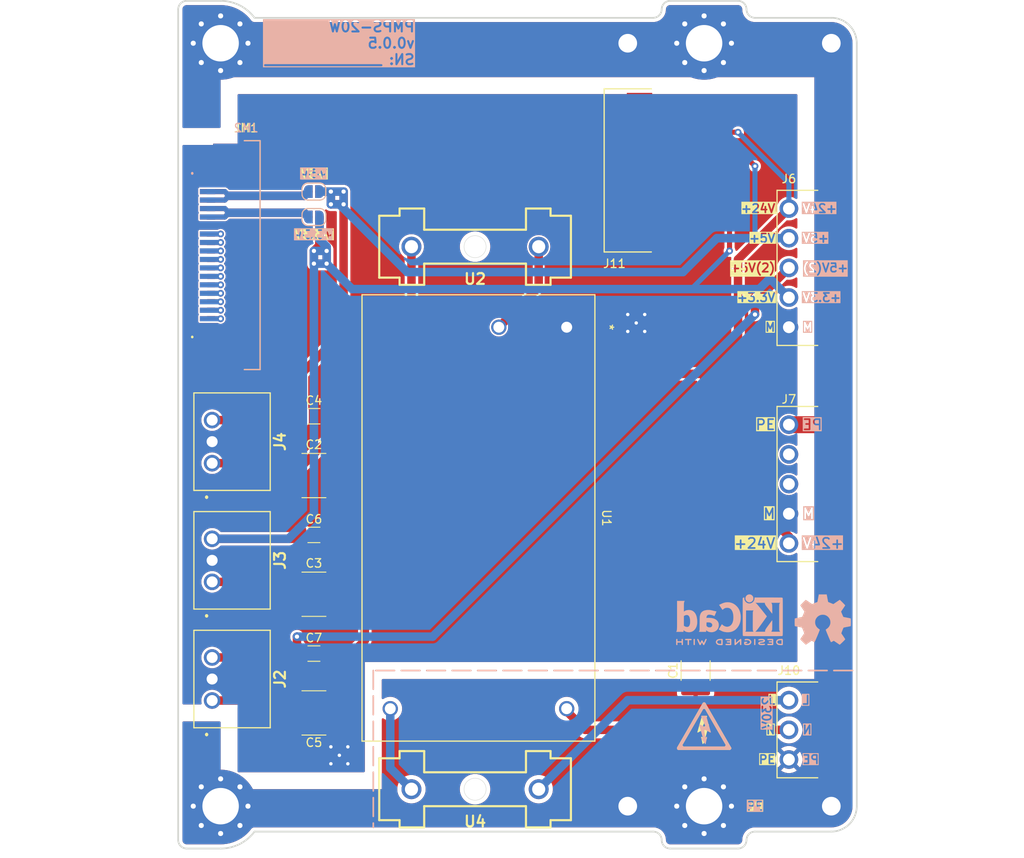
<source format=kicad_pcb>
(kicad_pcb (version 20241229) (generator "pcbnew") (generator_version "9.0")
  (title_block (title "${article} v${version}"))
  (layers (0 "F.Cu" signal) (2 "B.Cu" signal) (13 "F.Paste" user) (15 "B.Paste" user) (5 "F.SilkS" user "F.Silkscreen") (7 "B.SilkS" user "B.Silkscreen") (1 "F.Mask" user) (3 "B.Mask" user) (25 "Edge.Cuts" user))
  (property "article" "PMPS-20W")
  (property "version" "0.0.5")
  (net 0 "")
  (net 1 "Net-(U1-V+)")
  (net 2 "+5V")
  (net 3 "PE")
  (net 4 "230V")
  (net 5 "N")
  (net 6 "+24V")
  (net 7 "+3V3")
  (net 8 "GND_MCU")
  (net 9 "/CANH_EB")
  (net 10 "/CANL_EB")
  (net 11 "/CS0_IB")
  (net 12 "+3V3-IB-front")
  (net 13 "+5V-IB-front")
  (net 14 "/MOSI_IB")
  (net 15 "/SCK_IB")
  (net 16 "/CS1_IB")
  (net 17 "/MISO_IB")
  (net 18 "/CS3_IB")
  (net 19 "/CS2_IB")
  (net 27 "Net-(U1-AC{slash}L)")
  (net 28 "+5V(2)")
  (net 29 "Net-(JM1-Pin_5)")
  (net 30 "/RST_IB")
  (net 31 "+5V-IB-back")
  (net 32 "+3V3-IB-back")
  (net 33 "/SCL_IB")
  (net 34 "/SDA_IB")
  (footprint "Capacitor_SMD:C_1206_3216Metric" (layer "F.Cu") (at 50.93 127.33)
    (property "Reference" "C7" (at 0 -1.85 0) (layer "F.SilkS"))
    (property "Value" "22uF")
    (pad "1" smd roundrect (at -1.475 0) (size 1.15 1.8) (layers "F.Cu" "F.Mask" "F.Paste") (roundrect_rratio 0.217391) (net 28 "+5V(2)"))
    (pad "2" smd roundrect (at 1.475 0) (size 1.15 1.8) (layers "F.Cu" "F.Mask" "F.Paste") (roundrect_rratio 0.217391) (net 8 "GND_MCU"))
  )
  (footprint "kicad_inventree_lib:K7805-2000R3" (layer "F.Cu") (at 38.93 118.87 90)
    (property "Reference" "J3" (at 2.54 8 90) (layer "F.SilkS") (effects (font (size 1.27 1.27) (thickness 0.254))))
    (property "Value" "K7803-2000R3" (hide yes))
    (pad "1" thru_hole circle (at 0 0 90) (size 1.95 1.95) (drill 1.3) (layers "*.Cu" "*.Mask") (net 6 "+24V"))
    (pad "2" thru_hole circle (at 2.54 0 90) (size 1.95 1.95) (drill 1.3) (layers "*.Cu" "*.Mask") (net 8 "GND_MCU"))
    (pad "3" thru_hole circle (at 5.08 0 90) (size 1.95 1.95) (drill 1.3) (layers "*.Cu" "*.Mask") (net 7 "+3V3"))
  )
  (footprint "kicad_inventree_lib:SolderJumper-2_P1.3mm_Open_RoundedPad1.0x1.5mm" (layer "F.Cu") (at 50.93 75.83)
    (property "Reference" "JP3" (hide yes))
    (property "Value" "SolderJumper_2_Open")
    (pad "1" smd custom (at -0.65 0) (size 1 0.5) (layers "F.Cu" "F.Mask") (net 12 "+3V3-IB-front") (options (clearance outline) (anchor rect)) (primitives (gr_circle (center 0 0.25) (end 0.5 0.25) (width 0) (fill yes)) (gr_circle (center 0 -0.25) (end 0.5 -0.25) (width 0) (fill yes)) (gr_poly (pts (xy 0.5 0.75) (xy 0 0.75) (xy 0 -0.75) (xy 0.5 -0.75)) (width 0) (fill yes))))
    (pad "2" smd custom (at 0.65 0) (size 1 0.5) (layers "F.Cu" "F.Mask") (net 7 "+3V3") (options (clearance outline) (anchor rect)) (primitives (gr_circle (center 0 0.25) (end 0.5 0.25) (width 0) (fill yes)) (gr_circle (center 0 -0.25) (end 0.5 -0.25) (width 0) (fill yes)) (gr_poly (pts (xy 0 0.75) (xy -0.5 0.75) (xy -0.5 -0.75) (xy 0 -0.75)) (width 0) (fill yes))))
  )
  (footprint "Capacitor_SMD:C_2220_5750Metric" (layer "F.Cu") (at 50.93 134.33)
    (property "Reference" "C5" (at 0 3.5 0) (layer "F.SilkS"))
    (property "Value" "22uF")
    (pad "1" smd roundrect (at -2.55 0) (size 1.8 5.4) (layers "F.Cu" "F.Mask" "F.Paste") (roundrect_rratio 0.138889) (net 6 "+24V"))
    (pad "2" smd roundrect (at 2.55 0) (size 1.8 5.4) (layers "F.Cu" "F.Mask" "F.Paste") (roundrect_rratio 0.138889) (net 8 "GND_MCU"))
  )
  (footprint "kicad_inventree_lib:SolderJumper-2_P1.3mm_Open_RoundedPad1.0x1.5mm" (layer "F.Cu") (at 50.93 72.83)
    (property "Reference" "JP1" (hide yes))
    (property "Value" "SolderJumper_2_Open")
    (pad "1" smd custom (at -0.65 0) (size 1 0.5) (layers "F.Cu" "F.Mask") (net 13 "+5V-IB-front") (options (clearance outline) (anchor rect)) (primitives (gr_circle (center 0 0.25) (end 0.5 0.25) (width 0) (fill yes)) (gr_circle (center 0 -0.25) (end 0.5 -0.25) (width 0) (fill yes)) (gr_poly (pts (xy 0.5 0.75) (xy 0 0.75) (xy 0 -0.75) (xy 0.5 -0.75)) (width 0) (fill yes))))
    (pad "2" smd custom (at 0.65 0) (size 1 0.5) (layers "F.Cu" "F.Mask") (net 2 "+5V") (options (clearance outline) (anchor rect)) (primitives (gr_circle (center 0 0.25) (end 0.5 0.25) (width 0) (fill yes)) (gr_circle (center 0 -0.25) (end 0.5 -0.25) (width 0) (fill yes)) (gr_poly (pts (xy 0 0.75) (xy -0.5 0.75) (xy -0.5 -0.75) (xy 0 -0.75)) (width 0) (fill yes))))
  )
  (footprint "kicad_inventree_lib:IRM-20-24_MWU" (layer "F.Cu") (at 80.729999 88.829994 -90)
    (property "Reference" "U1" (at 22.500012 -4.700001 270) (layer "F.SilkS"))
    (property "Value" "IRM-20-24")
    (fp_text user "*" (at 0 -5 270) (layer "F.SilkS"))
    (pad "1" thru_hole circle (at 0 0 270) (size 1.8034 1.8034) (drill 1.2954) (layers "*.Cu" "*.Mask") (net 8 "GND_MCU"))
    (pad "2" thru_hole circle (at 0 7.999999 270) (size 1.8034 1.8034) (drill 1.2954) (layers "*.Cu" "*.Mask") (net 1 "Net-(U1-V+)"))
    (pad "3" thru_hole circle (at 45.000012 20.799999 270) (size 1.8034 1.8034) (drill 1.2954) (layers "*.Cu" "*.Mask") (net 27 "Net-(U1-AC{slash}L)"))
    (pad "4" thru_hole circle (at 45.000012 0 270) (size 1.8034 1.8034) (drill 1.2954) (layers "*.Cu" "*.Mask") (net 5 "N"))
  )
  (footprint "kicad_inventree_lib:MountingHole_4.3mm_M4_Pad_Via" (layer "F.Cu") (at 39.93 145.33)
    (property "Reference" "H1" (hide yes))
    (property "Value" "M4")
    (pad "1" thru_hole circle (at -3.225 0) (size 1.2 1.2) (drill 0.6) (layers "*.Cu" "*.Mask") (net 3 "PE"))
    (pad "1" thru_hole circle (at -2.280419 -2.280419) (size 1.2 1.2) (drill 0.6) (layers "*.Cu" "*.Mask") (net 3 "PE"))
    (pad "1" thru_hole circle (at -2.280419 2.280419) (size 1.2 1.2) (drill 0.6) (layers "*.Cu" "*.Mask") (net 3 "PE"))
    (pad "1" thru_hole circle (at 0 -3.225) (size 1.2 1.2) (drill 0.6) (layers "*.Cu" "*.Mask") (net 3 "PE"))
    (pad "1" thru_hole circle (at 0 0) (size 8.6 8.6) (drill 4.3) (layers "*.Cu" "*.Mask") (net 3 "PE"))
    (pad "1" thru_hole circle (at 0 3.225) (size 1.2 1.2) (drill 0.6) (layers "*.Cu" "*.Mask") (net 3 "PE"))
    (pad "1" thru_hole circle (at 2.280419 -2.280419) (size 1.2 1.2) (drill 0.6) (layers "*.Cu" "*.Mask") (net 3 "PE"))
    (pad "1" thru_hole circle (at 2.280419 2.280419) (size 1.2 1.2) (drill 0.6) (layers "*.Cu" "*.Mask") (net 3 "PE"))
    (pad "1" thru_hole circle (at 3.225 0) (size 1.2 1.2) (drill 0.6) (layers "*.Cu" "*.Mask") (net 3 "PE"))
  )
  (footprint "kicad_inventree_lib:15EDGRC-3.5-03P" (layer "F.Cu") (at 106.93 139.83 90)
    (property "Reference" "J10" (at 10.5 0 0) (layer "F.SilkS"))
    (property "Value" "15EDGRC-3.5-03P")
    (pad "1" thru_hole circle (at 0 0 90) (size 2.2 2.2) (drill 1.4) (layers "*.Cu" "*.Mask") (net 3 "PE"))
    (pad "2" thru_hole circle (at 3.5 0 90) (size 2.2 2.2) (drill 1.4) (layers "*.Cu" "*.Mask") (net 5 "N"))
    (pad "3" thru_hole circle (at 7 0 90) (size 2.2 2.2) (drill 1.4) (layers "*.Cu" "*.Mask") (net 4 "230V"))
  )
  (footprint "Capacitor_SMD:C_2220_5750Metric" (layer "F.Cu") (at 50.93 120.33)
    (property "Reference" "C3" (at 0 -3.65 0) (layer "F.SilkS"))
    (property "Value" "22uF")
    (pad "1" smd roundrect (at -2.55 0) (size 1.8 5.4) (layers "F.Cu" "F.Mask" "F.Paste") (roundrect_rratio 0.138889) (net 6 "+24V"))
    (pad "2" smd roundrect (at 2.55 0) (size 1.8 5.4) (layers "F.Cu" "F.Mask" "F.Paste") (roundrect_rratio 0.138889) (net 8 "GND_MCU"))
  )
  (footprint "kicad_inventree_lib:MountingHole_4.3mm_M4_Pad_Via" (layer "F.Cu") (at 39.93 55.33)
    (property "Reference" "H2" (hide yes))
    (property "Value" "M4")
    (pad "1" thru_hole circle (at -3.225 0) (size 1.2 1.2) (drill 0.6) (layers "*.Cu" "*.Mask") (net 3 "PE"))
    (pad "1" thru_hole circle (at -2.280419 -2.280419) (size 1.2 1.2) (drill 0.6) (layers "*.Cu" "*.Mask") (net 3 "PE"))
    (pad "1" thru_hole circle (at -2.280419 2.280419) (size 1.2 1.2) (drill 0.6) (layers "*.Cu" "*.Mask") (net 3 "PE"))
    (pad "1" thru_hole circle (at 0 -3.225) (size 1.2 1.2) (drill 0.6) (layers "*.Cu" "*.Mask") (net 3 "PE"))
    (pad "1" thru_hole circle (at 0 0) (size 8.6 8.6) (drill 4.3) (layers "*.Cu" "*.Mask") (net 3 "PE"))
    (pad "1" thru_hole circle (at 0 3.225) (size 1.2 1.2) (drill 0.6) (layers "*.Cu" "*.Mask") (net 3 "PE"))
    (pad "1" thru_hole circle (at 2.280419 -2.280419) (size 1.2 1.2) (drill 0.6) (layers "*.Cu" "*.Mask") (net 3 "PE"))
    (pad "1" thru_hole circle (at 2.280419 2.280419) (size 1.2 1.2) (drill 0.6) (layers "*.Cu" "*.Mask") (net 3 "PE"))
    (pad "1" thru_hole circle (at 3.225 0) (size 1.2 1.2) (drill 0.6) (layers "*.Cu" "*.Mask") (net 3 "PE"))
  )
  (footprint "Capacitor_SMD:C_1206_3216Metric" (layer "F.Cu") (at 50.93 99.33)
    (property "Reference" "C4" (at 0 -1.85 0) (layer "F.SilkS"))
    (property "Value" "22uF")
    (pad "1" smd roundrect (at -1.475 0) (size 1.15 1.8) (layers "F.Cu" "F.Mask" "F.Paste") (roundrect_rratio 0.217391) (net 2 "+5V"))
    (pad "2" smd roundrect (at 1.475 0) (size 1.15 1.8) (layers "F.Cu" "F.Mask" "F.Paste") (roundrect_rratio 0.217391) (net 8 "GND_MCU"))
  )
  (footprint "Capacitor_SMD:C_1812_4532Metric_Pad1.57x3.40mm_HandSolder" (layer "F.Cu") (at 95.93 129.33 90)
    (property "Reference" "C1" (at 0 -2.65 90) (layer "F.SilkS"))
    (property "Value" "4.7nF 2kV")
    (pad "1" smd roundrect (at -2.1375 0 90) (size 1.575 3.4) (layers "F.Cu" "F.Mask" "F.Paste") (roundrect_rratio 0.15873) (net 3 "PE"))
    (pad "2" smd roundrect (at 2.1375 0 90) (size 1.575 3.4) (layers "F.Cu" "F.Mask" "F.Paste") (roundrect_rratio 0.15873) (net 8 "GND_MCU"))
  )
  (footprint "kicad_inventree_lib:15EDGRC-3.5-05P" (layer "F.Cu") (at 106.93 114.33 90)
    (property "Reference" "J7" (at 17 0 0) (layer "F.SilkS"))
    (property "Value" "15EDGRC-3.5-05P")
    (pad "1" thru_hole circle (at 0 0 90) (size 2.2 2.2) (drill 1.4) (layers "*.Cu" "*.Mask") (net 6 "+24V"))
    (pad "2" thru_hole circle (at 3.5 0 90) (size 2.2 2.2) (drill 1.4) (layers "*.Cu" "*.Mask") (net 8 "GND_MCU"))
    (pad "3" thru_hole circle (at 7 0 90) (size 2.2 2.2) (drill 1.4) (layers "*.Cu" "*.Mask") (net 10 "/CANL_EB"))
    (pad "4" thru_hole circle (at 10.5 0 90) (size 2.2 2.2) (drill 1.4) (layers "*.Cu" "*.Mask") (net 9 "/CANH_EB"))
    (pad "5" thru_hole circle (at 14 0 90) (size 2.2 2.2) (drill 1.4) (layers "*.Cu" "*.Mask") (net 3 "PE"))
  )
  (footprint "kicad_inventree_lib:649-Series-Holder" (layer "F.Cu") (at 69.93 143.33 180)
    (property "Reference" "U4" (at 0 -3.81 180) (layer "F.SilkS") (effects (font (size 1.27 1.27) (thickness 0.254))))
    (property "Value" "64900001039" (hide yes))
    (fp_circle (center 0 0) (end 1.3 0) (stroke (width 0.05)) (fill no) (layer "Edge.Cuts"))
    (pad "1" thru_hole circle (at -7.5 0 180) (size 2.35 2.35) (drill 1.55) (layers "*.Cu" "*.Mask") (net 4 "230V"))
    (pad "2" thru_hole circle (at 7.5 0 180) (size 2.35 2.35) (drill 1.55) (layers "*.Cu" "*.Mask") (net 27 "Net-(U1-AC{slash}L)"))
  )
  (footprint "kicad_inventree_lib:MountingHole_4.3mm_M4_Pad_Via" (layer "F.Cu") (at 96.93 145.33)
    (property "Reference" "H3" (hide yes))
    (property "Value" "M4")
    (pad "1" thru_hole circle (at -3.225 0) (size 1.2 1.2) (drill 0.6) (layers "*.Cu" "*.Mask") (net 3 "PE"))
    (pad "1" thru_hole circle (at -2.280419 -2.280419) (size 1.2 1.2) (drill 0.6) (layers "*.Cu" "*.Mask") (net 3 "PE"))
    (pad "1" thru_hole circle (at -2.280419 2.280419) (size 1.2 1.2) (drill 0.6) (layers "*.Cu" "*.Mask") (net 3 "PE"))
    (pad "1" thru_hole circle (at 0 -3.225) (size 1.2 1.2) (drill 0.6) (layers "*.Cu" "*.Mask") (net 3 "PE"))
    (pad "1" thru_hole circle (at 0 0) (size 8.6 8.6) (drill 4.3) (layers "*.Cu" "*.Mask") (net 3 "PE"))
    (pad "1" thru_hole circle (at 0 3.225) (size 1.2 1.2) (drill 0.6) (layers "*.Cu" "*.Mask") (net 3 "PE"))
    (pad "1" thru_hole circle (at 2.280419 -2.280419) (size 1.2 1.2) (drill 0.6) (layers "*.Cu" "*.Mask") (net 3 "PE"))
    (pad "1" thru_hole circle (at 2.280419 2.280419) (size 1.2 1.2) (drill 0.6) (layers "*.Cu" "*.Mask") (net 3 "PE"))
    (pad "1" thru_hole circle (at 3.225 0) (size 1.2 1.2) (drill 0.6) (layers "*.Cu" "*.Mask") (net 3 "PE"))
  )
  (footprint "kicad_inventree_lib:K7805-2000R3" (layer "F.Cu") (at 38.93 132.87 90)
    (property "Reference" "J2" (at 2.54 8 90) (layer "F.SilkS") (effects (font (size 1.27 1.27) (thickness 0.254))))
    (property "Value" "K78052000R3" (hide yes))
    (pad "1" thru_hole circle (at 0 0 90) (size 1.95 1.95) (drill 1.3) (layers "*.Cu" "*.Mask") (net 6 "+24V"))
    (pad "2" thru_hole circle (at 2.54 0 90) (size 1.95 1.95) (drill 1.3) (layers "*.Cu" "*.Mask") (net 8 "GND_MCU"))
    (pad "3" thru_hole circle (at 5.08 0 90) (size 1.95 1.95) (drill 1.3) (layers "*.Cu" "*.Mask") (net 28 "+5V(2)"))
  )
  (footprint "kicad_inventree_lib:symbol_high_voltage" (layer "F.Cu") (at 96.93 135.83)
    (property "Reference" "REF**" (hide yes))
    (property "Value" "symbol_high_voltage")
  )
  (footprint "kicad_inventree_lib:CONN10_AFA07-S12_JUS" (layer "F.Cu") (at 87.93 70.33 -90)
    (property "Reference" "J11" (at 11 3 0) (layer "F.SilkS") (effects (justify left)))
    (property "Value" "AFA07-S12FCC-00")
    (pad "1" smd rect (at -5.499992 -3.556 270) (size 0.635 1.8034) (layers "F.Cu" "F.Mask" "F.Paste") (net 8 "GND_MCU"))
    (pad "2" smd rect (at -4.499994 -3.556 270) (size 0.635 1.8034) (layers "F.Cu" "F.Mask" "F.Paste") (net 6 "+24V"))
    (pad "3" smd rect (at -3.499996 -3.556 270) (size 0.635 1.8034) (layers "F.Cu" "F.Mask" "F.Paste") (net 2 "+5V"))
    (pad "4" smd rect (at -2.499998 -3.556 270) (size 0.635 1.8034) (layers "F.Cu" "F.Mask" "F.Paste") (net 7 "+3V3"))
    (pad "5" smd rect (at -1.5 -3.556 270) (size 0.635 1.8034) (layers "F.Cu" "F.Mask" "F.Paste"))
    (pad "6" smd rect (at -0.5 -3.556 270) (size 0.635 1.8034) (layers "F.Cu" "F.Mask" "F.Paste"))
    (pad "7" smd rect (at 0.5 -3.556 270) (size 0.635 1.8034) (layers "F.Cu" "F.Mask" "F.Paste"))
    (pad "8" smd rect (at 1.5 -3.556 270) (size 0.635 1.8034) (layers "F.Cu" "F.Mask" "F.Paste"))
    (pad "9" smd rect (at 2.499998 -3.556 270) (size 0.635 1.8034) (layers "F.Cu" "F.Mask" "F.Paste"))
    (pad "10" smd rect (at 3.499996 -3.556 270) (size 0.635 1.8034) (layers "F.Cu" "F.Mask" "F.Paste"))
    (pad "11" smd rect (at 4.499994 -3.556 270) (size 0.635 1.8034) (layers "F.Cu" "F.Mask" "F.Paste"))
    (pad "12" smd rect (at 5.499992 -3.556 270) (size 0.635 1.8034) (layers "F.Cu" "F.Mask" "F.Paste") (net 8 "GND_MCU"))
    (pad "13" smd rect (at -7.850003 -1.385999 270) (size 2.5908 2.9972) (layers "F.Cu" "F.Mask" "F.Paste") (net 8 "GND_MCU"))
    (pad "13" smd rect (at 7.850003 -1.385999 270) (size 2.5908 2.9972) (layers "F.Cu" "F.Mask" "F.Paste") (net 8 "GND_MCU"))
  )
  (footprint "kicad_inventree_lib:AFA07S20FCA00" (layer "F.Cu") (at 41.93 80.33 90)
    (property "Reference" "JM1" (at 15 1 180) (layer "F.SilkS"))
    (property "Value" "AFA07-S20FCC-00" (hide yes))
    (pad "1" smd rect (at -9.5 -3.546 90) (size 0.6 1.8) (layers "F.Cu" "F.Mask" "F.Paste") (net 8 "GND_MCU"))
    (pad "2" smd rect (at -8.5 -3.546 90) (size 0.6 1.8) (layers "F.Cu" "F.Mask" "F.Paste") (net 8 "GND_MCU"))
    (pad "3" smd rect (at -7.5 -3.546 90) (size 0.6 1.8) (layers "F.Cu" "F.Mask" "F.Paste") (net 33 "/SCL_IB"))
    (pad "4" smd rect (at -6.5 -3.546 90) (size 0.6 1.8) (layers "F.Cu" "F.Mask" "F.Paste") (net 34 "/SDA_IB"))
    (pad "5" smd rect (at -5.5 -3.546 90) (size 0.6 1.8) (layers "F.Cu" "F.Mask" "F.Paste") (net 29 "Net-(JM1-Pin_5)"))
    (pad "6" smd rect (at -4.5 -3.546 90) (size 0.6 1.8) (layers "F.Cu" "F.Mask" "F.Paste") (net 30 "/RST_IB"))
    (pad "7" smd rect (at -3.5 -3.546 90) (size 0.6 1.8) (layers "F.Cu" "F.Mask" "F.Paste") (net 18 "/CS3_IB"))
    (pad "8" smd rect (at -2.5 -3.546 90) (size 0.6 1.8) (layers "F.Cu" "F.Mask" "F.Paste") (net 19 "/CS2_IB"))
    (pad "9" smd rect (at -1.5 -3.546 90) (size 0.6 1.8) (layers "F.Cu" "F.Mask" "F.Paste") (net 16 "/CS1_IB"))
    (pad "10" smd rect (at -0.5 -3.546 90) (size 0.6 1.8) (layers "F.Cu" "F.Mask" "F.Paste") (net 11 "/CS0_IB"))
    (pad "11" smd rect (at 0.5 -3.546 90) (size 0.6 1.8) (layers "F.Cu" "F.Mask" "F.Paste") (net 15 "/SCK_IB"))
    (pad "12" smd rect (at 1.5 -3.546 90) (size 0.6 1.8) (layers "F.Cu" "F.Mask" "F.Paste") (net 17 "/MISO_IB"))
    (pad "13" smd rect (at 2.5 -3.546 90) (size 0.6 1.8) (layers "F.Cu" "F.Mask" "F.Paste") (net 14 "/MOSI_IB"))
    (pad "14" smd rect (at 3.5 -3.546 90) (size 0.6 1.8) (layers "F.Cu" "F.Mask" "F.Paste") (net 8 "GND_MCU"))
    (pad "15" smd rect (at 4.5 -3.546 90) (size 0.6 1.8) (layers "F.Cu" "F.Mask" "F.Paste") (net 12 "+3V3-IB-front"))
    (pad "16" smd rect (at 5.5 -3.546 90) (size 0.6 1.8) (layers "F.Cu" "F.Mask" "F.Paste") (net 12 "+3V3-IB-front"))
    (pad "17" smd rect (at 6.5 -3.546 90) (size 0.6 1.8) (layers "F.Cu" "F.Mask" "F.Paste") (net 13 "+5V-IB-front"))
    (pad "18" smd rect (at 7.5 -3.546 90) (size 0.6 1.8) (layers "F.Cu" "F.Mask" "F.Paste") (net 13 "+5V-IB-front"))
    (pad "19" smd rect (at 8.5 -3.546 90) (size 0.6 1.8) (layers "F.Cu" "F.Mask" "F.Paste") (net 8 "GND_MCU"))
    (pad "20" smd rect (at 9.5 -3.546 90) (size 0.6 1.8) (layers "F.Cu" "F.Mask" "F.Paste") (net 8 "GND_MCU"))
    (pad "MP1" smd rect (at -11.85 -1.375 90) (size 2.6 3) (layers "F.Cu" "F.Mask" "F.Paste") (net 8 "GND_MCU"))
    (pad "MP2" smd rect (at 11.85 -1.375 90) (size 2.6 3) (layers "F.Cu" "F.Mask" "F.Paste") (net 8 "GND_MCU"))
  )
  (footprint "Capacitor_SMD:C_1206_3216Metric" (layer "F.Cu") (at 50.93 113.33)
    (property "Reference" "C6" (at 0 -1.85 0) (layer "F.SilkS"))
    (property "Value" "22uF")
    (pad "1" smd roundrect (at -1.475 0) (size 1.15 1.8) (layers "F.Cu" "F.Mask" "F.Paste") (roundrect_rratio 0.217391) (net 7 "+3V3"))
    (pad "2" smd roundrect (at 1.475 0) (size 1.15 1.8) (layers "F.Cu" "F.Mask" "F.Paste") (roundrect_rratio 0.217391) (net 8 "GND_MCU"))
  )
  (footprint "kicad_inventree_lib:649-Series-Holder" (layer "F.Cu") (at 69.93 79.33 180)
    (property "Reference" "U2" (at 0 -3.81 0) (layer "F.SilkS") (effects (font (size 1.27 1.27) (thickness 0.254))))
    (property "Value" "64900001039" (hide yes))
    (fp_circle (center 0 0) (end 1.3 0) (stroke (width 0.05)) (fill no) (layer "Edge.Cuts"))
    (pad "1" thru_hole circle (at -7.5 0 180) (size 2.35 2.35) (drill 1.55) (layers "*.Cu" "*.Mask") (net 1 "Net-(U1-V+)"))
    (pad "2" thru_hole circle (at 7.5 0 180) (size 2.35 2.35) (drill 1.55) (layers "*.Cu" "*.Mask") (net 6 "+24V"))
  )
  (footprint "Capacitor_SMD:C_2220_5750Metric" (layer "F.Cu") (at 50.93 106.33)
    (property "Reference" "C2" (at 0 -3.65 0) (layer "F.SilkS"))
    (property "Value" "22uF")
    (pad "1" smd roundrect (at -2.55 0) (size 1.8 5.4) (layers "F.Cu" "F.Mask" "F.Paste") (roundrect_rratio 0.138889) (net 6 "+24V"))
    (pad "2" smd roundrect (at 2.55 0) (size 1.8 5.4) (layers "F.Cu" "F.Mask" "F.Paste") (roundrect_rratio 0.138889) (net 8 "GND_MCU"))
  )
  (footprint "kicad_inventree_lib:K7805-2000R3" (layer "F.Cu") (at 38.93 104.87 90)
    (property "Reference" "J4" (at 2.54 8 270) (layer "F.SilkS") (effects (font (size 1.27 1.27) (thickness 0.254))))
    (property "Value" "K78052000R3" (hide yes))
    (pad "1" thru_hole circle (at 0 0 90) (size 1.95 1.95) (drill 1.3) (layers "*.Cu" "*.Mask") (net 6 "+24V"))
    (pad "2" thru_hole circle (at 2.54 0 90) (size 1.95 1.95) (drill 1.3) (layers "*.Cu" "*.Mask") (net 8 "GND_MCU"))
    (pad "3" thru_hole circle (at 5.08 0 90) (size 1.95 1.95) (drill 1.3) (layers "*.Cu" "*.Mask") (net 2 "+5V"))
  )
  (footprint "kicad_inventree_lib:15EDGRC-3.5-05P" (layer "F.Cu") (at 106.93 88.83 90)
    (property "Reference" "J6" (at 17.5 0 0) (layer "F.SilkS"))
    (property "Value" "15EDGRC-3.5-05P")
    (pad "1" thru_hole circle (at 0 0 90) (size 2.2 2.2) (drill 1.4) (layers "*.Cu" "*.Mask") (net 8 "GND_MCU"))
    (pad "2" thru_hole circle (at 3.5 0 90) (size 2.2 2.2) (drill 1.4) (layers "*.Cu" "*.Mask") (net 7 "+3V3"))
    (pad "3" thru_hole circle (at 7 0 90) (size 2.2 2.2) (drill 1.4) (layers "*.Cu" "*.Mask") (net 28 "+5V(2)"))
    (pad "4" thru_hole circle (at 10.5 0 90) (size 2.2 2.2) (drill 1.4) (layers "*.Cu" "*.Mask") (net 2 "+5V"))
    (pad "5" thru_hole circle (at 14 0 90) (size 2.2 2.2) (drill 1.4) (layers "*.Cu" "*.Mask") (net 6 "+24V"))
  )
  (footprint "kicad_inventree_lib:PMLED-xx-v0.0.2" (layer "F.Cu") (at 99.93 100.33)
    (property "Reference" "SP1" (hide yes))
    (property "Value" "~")
    (pad "PE" thru_hole circle (at -12 -45) (size 4.4 4.4) (drill 2.2) (layers "*.Cu" "*.Mask") (net 3 "PE"))
    (pad "PE" thru_hole circle (at -12 45) (size 4.4 4.4) (drill 2.2) (layers "*.Cu" "*.Mask") (net 3 "PE"))
    (pad "PE" thru_hole circle (at 12 -45) (size 4.4 4.4) (drill 2.2) (layers "*.Cu" "*.Mask") (net 3 "PE"))
    (pad "PE" thru_hole circle (at 12 45) (size 4.4 4.4) (drill 2.2) (layers "*.Cu" "*.Mask") (net 3 "PE"))
  )
  (footprint "kicad_inventree_lib:MountingHole_4.3mm_M4_Pad_Via" (layer "F.Cu") (at 96.93 55.33)
    (property "Reference" "H4" (hide yes))
    (property "Value" "M4")
    (pad "1" thru_hole circle (at -3.225 0) (size 1.2 1.2) (drill 0.6) (layers "*.Cu" "*.Mask") (net 3 "PE"))
    (pad "1" thru_hole circle (at -2.280419 -2.280419) (size 1.2 1.2) (drill 0.6) (layers "*.Cu" "*.Mask") (net 3 "PE"))
    (pad "1" thru_hole circle (at -2.280419 2.280419) (size 1.2 1.2) (drill 0.6) (layers "*.Cu" "*.Mask") (net 3 "PE"))
    (pad "1" thru_hole circle (at 0 -3.225) (size 1.2 1.2) (drill 0.6) (layers "*.Cu" "*.Mask") (net 3 "PE"))
    (pad "1" thru_hole circle (at 0 0) (size 8.6 8.6) (drill 4.3) (layers "*.Cu" "*.Mask") (net 3 "PE"))
    (pad "1" thru_hole circle (at 0 3.225) (size 1.2 1.2) (drill 0.6) (layers "*.Cu" "*.Mask") (net 3 "PE"))
    (pad "1" thru_hole circle (at 2.280419 -2.280419) (size 1.2 1.2) (drill 0.6) (layers "*.Cu" "*.Mask") (net 3 "PE"))
    (pad "1" thru_hole circle (at 2.280419 2.280419) (size 1.2 1.2) (drill 0.6) (layers "*.Cu" "*.Mask") (net 3 "PE"))
    (pad "1" thru_hole circle (at 3.225 0) (size 1.2 1.2) (drill 0.6) (layers "*.Cu" "*.Mask") (net 3 "PE"))
  )
  (footprint "Symbol:KiCad-Logo2_5mm_SilkScreen" (layer "B.Cu") (at 99.93 123.33 180)
    (property "Reference" "kicad_logo" (hide yes))
    (property "Value" "KiCad-Logo2_5mm_SilkScreen" (hide yes))
  )
  (footprint "kicad_inventree_lib:SolderJumper-2_P1.3mm_Open_RoundedPad1.0x1.5mm" (layer "B.Cu") (at 50.93 72.83 180)
    (property "Reference" "JP2" (hide yes))
    (property "Value" "SolderJumper_2_Open")
    (pad "1" smd custom (at -0.65 0 180) (size 1 0.5) (layers "B.Cu" "B.Mask") (net 2 "+5V") (options (clearance outline) (anchor rect)) (primitives (gr_circle (center 0 -0.25) (end 0.5 -0.25) (width 0) (fill yes)) (gr_circle (center 0 0.25) (end 0.5 0.25) (width 0) (fill yes)) (gr_poly (pts (xy 0.5 -0.75) (xy 0 -0.75) (xy 0 0.75) (xy 0.5 0.75)) (width 0) (fill yes))))
    (pad "2" smd custom (at 0.65 0 180) (size 1 0.5) (layers "B.Cu" "B.Mask") (net 31 "+5V-IB-back") (options (clearance outline) (anchor rect)) (primitives (gr_circle (center 0 -0.25) (end 0.5 -0.25) (width 0) (fill yes)) (gr_circle (center 0 0.25) (end 0.5 0.25) (width 0) (fill yes)) (gr_poly (pts (xy 0 -0.75) (xy -0.5 -0.75) (xy -0.5 0.75) (xy 0 0.75)) (width 0) (fill yes))))
  )
  (footprint "kicad_inventree_lib:symbol_high_voltage" (layer "B.Cu") (at 96.93 135.83 180)
    (property "Reference" "REF**" (hide yes))
    (property "Value" "symbol_high_voltage")
  )
  (footprint "kicad_inventree_lib:AFA07S20FCA00" (layer "B.Cu") (at 41.93 80.33 -90)
    (property "Reference" "JM2" (at -15 -1 180) (layer "B.SilkS") (effects (justify mirror)))
    (property "Value" "AFA07-S20FCC-00" (hide yes))
    (pad "1" smd rect (at -9.5 3.546 270) (size 0.6 1.8) (layers "B.Cu" "B.Mask" "B.Paste") (net 8 "GND_MCU"))
    (pad "2" smd rect (at -8.5 3.546 270) (size 0.6 1.8) (layers "B.Cu" "B.Mask" "B.Paste") (net 8 "GND_MCU"))
    (pad "3" smd rect (at -7.5 3.546 270) (size 0.6 1.8) (layers "B.Cu" "B.Mask" "B.Paste") (net 31 "+5V-IB-back"))
    (pad "4" smd rect (at -6.5 3.546 270) (size 0.6 1.8) (layers "B.Cu" "B.Mask" "B.Paste") (net 31 "+5V-IB-back"))
    (pad "5" smd rect (at -5.5 3.546 270) (size 0.6 1.8) (layers "B.Cu" "B.Mask" "B.Paste") (net 32 "+3V3-IB-back"))
    (pad "6" smd rect (at -4.5 3.546 270) (size 0.6 1.8) (layers "B.Cu" "B.Mask" "B.Paste") (net 32 "+3V3-IB-back"))
    (pad "7" smd rect (at -3.5 3.546 270) (size 0.6 1.8) (layers "B.Cu" "B.Mask" "B.Paste") (net 8 "GND_MCU"))
    (pad "8" smd rect (at -2.5 3.546 270) (size 0.6 1.8) (layers "B.Cu" "B.Mask" "B.Paste") (net 14 "/MOSI_IB"))
    (pad "9" smd rect (at -1.5 3.546 270) (size 0.6 1.8) (layers "B.Cu" "B.Mask" "B.Paste") (net 17 "/MISO_IB"))
    (pad "10" smd rect (at -0.5 3.546 270) (size 0.6 1.8) (layers "B.Cu" "B.Mask" "B.Paste") (net 15 "/SCK_IB"))
    (pad "11" smd rect (at 0.5 3.546 270) (size 0.6 1.8) (layers "B.Cu" "B.Mask" "B.Paste") (net 11 "/CS0_IB"))
    (pad "12" smd rect (at 1.5 3.546 270) (size 0.6 1.8) (layers "B.Cu" "B.Mask" "B.Paste") (net 16 "/CS1_IB"))
    (pad "13" smd rect (at 2.5 3.546 270) (size 0.6 1.8) (layers "B.Cu" "B.Mask" "B.Paste") (net 19 "/CS2_IB"))
    (pad "14" smd rect (at 3.5 3.546 270) (size 0.6 1.8) (layers "B.Cu" "B.Mask" "B.Paste") (net 18 "/CS3_IB"))
    (pad "15" smd rect (at 4.5 3.546 270) (size 0.6 1.8) (layers "B.Cu" "B.Mask" "B.Paste") (net 30 "/RST_IB"))
    (pad "16" smd rect (at 5.5 3.546 270) (size 0.6 1.8) (layers "B.Cu" "B.Mask" "B.Paste") (net 29 "Net-(JM1-Pin_5)"))
    (pad "17" smd rect (at 6.5 3.546 270) (size 0.6 1.8) (layers "B.Cu" "B.Mask" "B.Paste") (net 34 "/SDA_IB"))
    (pad "18" smd rect (at 7.5 3.546 270) (size 0.6 1.8) (layers "B.Cu" "B.Mask" "B.Paste") (net 33 "/SCL_IB"))
    (pad "19" smd rect (at 8.5 3.546 270) (size 0.6 1.8) (layers "B.Cu" "B.Mask" "B.Paste") (net 8 "GND_MCU"))
    (pad "20" smd rect (at 9.5 3.546 270) (size 0.6 1.8) (layers "B.Cu" "B.Mask" "B.Paste") (net 8 "GND_MCU"))
    (pad "MP1" smd rect (at -11.85 1.375 270) (size 2.6 3) (layers "B.Cu" "B.Mask" "B.Paste") (net 8 "GND_MCU"))
    (pad "MP2" smd rect (at 11.85 1.375 270) (size 2.6 3) (layers "B.Cu" "B.Mask" "B.Paste") (net 8 "GND_MCU"))
  )
  (footprint "Symbol:OSHW-Symbol_6.7x6mm_SilkScreen" (layer "B.Cu") (at 110.93 123.33 180)
    (property "Reference" "oshw_logo" (hide yes))
    (property "Value" "OSHW-Symbol_6.7x6mm_SilkScreen" (hide yes))
  )
  (footprint "kicad_inventree_lib:SolderJumper-2_P1.3mm_Open_RoundedPad1.0x1.5mm" (layer "B.Cu") (at 50.93 75.83 180)
    (property "Reference" "JP4" (hide yes))
    (property "Value" "SolderJumper_2_Open")
    (pad "1" smd custom (at -0.65 0 180) (size 1 0.5) (layers "B.Cu" "B.Mask") (net 7 "+3V3") (options (clearance outline) (anchor rect)) (primitives (gr_circle (center 0 -0.25) (end 0.5 -0.25) (width 0) (fill yes)) (gr_circle (center 0 0.25) (end 0.5 0.25) (width 0) (fill yes)) (gr_poly (pts (xy 0.5 -0.75) (xy 0 -0.75) (xy 0 0.75) (xy 0.5 0.75)) (width 0) (fill yes))))
    (pad "2" smd custom (at 0.65 0 180) (size 1 0.5) (layers "B.Cu" "B.Mask") (net 32 "+3V3-IB-back") (options (clearance outline) (anchor rect)) (primitives (gr_circle (center 0 -0.25) (end 0.5 -0.25) (width 0) (fill yes)) (gr_circle (center 0 0.25) (end 0.5 0.25) (width 0) (fill yes)) (gr_poly (pts (xy 0 -0.75) (xy -0.5 -0.75) (xy -0.5 0.75) (xy 0 0.75)) (width 0) (fill yes))))
  )
  (gr_line (start 114.43 129.33) (end 57.93 129.33) (stroke (width 0.2) (type dash)) (layer "B.SilkS"))
  (gr_line (start 57.93 129.33) (end 57.93 147.83) (stroke (width 0.2) (type dash)) (layer "B.SilkS"))
  (gr_line (start 114.93 55.33) (end 114.93 145.33) (stroke (width 0.2)) (layer "Edge.Cuts"))
  (gr_line (start 35.93 150.33) (end 39.93 150.33) (stroke (width 0.2)) (layer "Edge.Cuts"))
  (gr_line (start 35.93 50.33) (end 39.93 50.33) (stroke (width 0.2)) (layer "Edge.Cuts"))
  (gr_arc (start 101.93 149.33) (mid 101.637107 150.037107) (end 100.93 150.33) (stroke (width 0.2)) (layer "Edge.Cuts"))
  (gr_arc (start 91.93 51.33) (mid 92.222893 50.622893) (end 92.93 50.33) (stroke (width 0.2)) (layer "Edge.Cuts"))
  (gr_arc (start 90.93 148.33) (mid 91.637107 148.622893) (end 91.93 149.33) (stroke (width 0.2)) (layer "Edge.Cuts"))
  (gr_arc (start 34.93 51.33) (mid 35.222893 50.622893) (end 35.93 50.33) (stroke (width 0.2)) (layer "Edge.Cuts"))
  (gr_line (start 102.93 52.33) (end 111.93 52.33) (stroke (width 0.2)) (layer "Edge.Cuts"))
  (gr_arc (start 39.93 50.33) (mid 42.166068 50.857864) (end 43.93 52.33) (stroke (width 0.2)) (layer "Edge.Cuts"))
  (gr_line (start 92.93 150.33) (end 100.93 150.33) (stroke (width 0.2)) (layer "Edge.Cuts"))
  (gr_arc (start 114.93 145.33) (mid 114.05132 147.45132) (end 111.93 148.33) (stroke (width 0.2)) (layer "Edge.Cuts"))
  (gr_line (start 102.93 148.33) (end 111.93 148.33) (stroke (width 0.2)) (layer "Edge.Cuts"))
  (gr_line (start 90.93 148.33) (end 43.93 148.33) (stroke (width 0.2)) (layer "Edge.Cuts"))
  (gr_arc (start 102.93 52.33) (mid 102.222893 52.037107) (end 101.93 51.33) (stroke (width 0.2)) (layer "Edge.Cuts"))
  (gr_arc (start 91.93 51.33) (mid 91.637107 52.037107) (end 90.93 52.33) (stroke (width 0.2)) (layer "Edge.Cuts"))
  (gr_line (start 100.93 50.33) (end 92.93 50.33) (stroke (width 0.2)) (layer "Edge.Cuts"))
  (gr_arc (start 35.93 150.33) (mid 35.222893 150.037107) (end 34.93 149.33) (stroke (width 0.2)) (layer "Edge.Cuts"))
  (gr_arc (start 92.93 150.33) (mid 92.222893 150.037107) (end 91.93 149.33) (stroke (width 0.2)) (layer "Edge.Cuts"))
  (gr_line (start 43.93 52.33) (end 90.93 52.33) (stroke (width 0.2)) (layer "Edge.Cuts"))
  (gr_arc (start 43.93 148.33) (mid 42.166068 149.802136) (end 39.93 150.33) (stroke (width 0.2)) (layer "Edge.Cuts"))
  (gr_line (start 34.93 149.33) (end 34.93 51.33) (stroke (width 0.2)) (layer "Edge.Cuts"))
  (gr_arc (start 100.93 50.33) (mid 101.637107 50.622893) (end 101.93 51.33) (stroke (width 0.2)) (layer "Edge.Cuts"))
  (gr_arc (start 101.93 149.33) (mid 102.222893 148.622893) (end 102.93 148.33) (stroke (width 0.2)) (layer "Edge.Cuts"))
  (gr_arc (start 111.93 52.33) (mid 114.05132 53.20868) (end 114.93 55.33) (stroke (width 0.2)) (layer "Edge.Cuts"))
  (gr_text "+24V" (at 105.43 114.33 0) (layer "F.SilkS" knockout) (effects (font (size 1.2 1.2) (thickness 0.2) (bold yes)) (justify right)))
  (gr_text "+5V(2)" (at 105.43 81.83 0) (layer "F.SilkS" knockout) (effects (font (size 1 1) (thickness 0.2) (bold yes)) (justify right)))
  (gr_text "M" (at 105.43 110.83 0) (layer "F.SilkS" knockout) (effects (font (size 1.2 1.2) (thickness 0.2) (bold yes)) (justify right)))
  (gr_text "N" (at 105.43 136.33 0) (layer "F.SilkS" knockout) (effects (font (size 1 1) (thickness 0.2) (bold yes)) (justify right)))
  (gr_text "+24V" (at 105.43 74.83 0) (layer "F.SilkS" knockout) (effects (font (size 1 1) (thickness 0.2) (bold yes)) (justify right)))
  (gr_text "PE" (at 105.43 139.83 0) (layer "F.SilkS" knockout) (effects (font (size 1 1) (thickness 0.2) (bold yes)) (justify right)))
  (gr_text "+3.3V" (at 50.93 77.33 0) (layer "F.SilkS" knockout) (effects (font (size 1 1) (thickness 0.2) (bold yes)) (justify top)))
  (gr_text "L" (at 105.43 132.83 0) (layer "F.SilkS" knockout) (effects (font (size 1 1) (thickness 0.2) (bold yes)) (justify right)))
  (gr_text "+5V" (at 105.43 78.33 0) (layer "F.SilkS" knockout) (effects (font (size 1 1) (thickness 0.2) (bold yes)) (justify right)))
  (gr_text "+3.3V" (at 105.43 85.33 0) (layer "F.SilkS" knockout) (effects (font (size 1 1) (thickness 0.2) (bold yes)) (justify right)))
  (gr_text "+5V" (at 50.93 71.33 0) (layer "F.SilkS" knockout) (effects (font (size 1 1) (thickness 0.2) (bold yes)) (justify bottom)))
  (gr_text "PE" (at 102.93 145.33 0) (layer "F.SilkS" knockout) (effects (font (size 1 1) (thickness 0.2) (bold yes))))
  (gr_text "M" (at 105.43 88.83 0) (layer "F.SilkS" knockout) (effects (font (size 1 1) (thickness 0.2) (bold yes)) (justify right)))
  (gr_text "PE" (at 105.43 100.33 0) (layer "F.SilkS" knockout) (effects (font (size 1.2 1.2) (thickness 0.2) (bold yes)) (justify right)))
  (gr_text "N" (at 108.43 136.33 0) (layer "B.SilkS" knockout) (effects (font (size 1 1) (thickness 0.2) (bold yes)) (justify right mirror)))
  (gr_text "+3.3V" (at 108.43 85.33 0) (layer "B.SilkS" knockout) (effects (font (size 1 1) (thickness 0.2) (bold yes)) (justify right mirror)))
  (gr_text "+5V" (at 50.93 71.33 0) (layer "B.SilkS" knockout) (effects (font (size 1 1) (thickness 0.2) (bold yes)) (justify bottom mirror)))
  (gr_text "L" (at 108.43 132.83 0) (layer "B.SilkS" knockout) (effects (font (size 1 1) (thickness 0.2) (bold yes)) (justify right mirror)))
  (gr_text "M" (at 108.43 88.83 0) (layer "B.SilkS" knockout) (effects (font (size 1 1) (thickness 0.2) (bold yes)) (justify right mirror)))
  (gr_text "+5V" (at 108.43 78.33 0) (layer "B.SilkS" knockout) (effects (font (size 1 1) (thickness 0.2) (bold yes)) (justify right mirror)))
  (gr_text "+24V" (at 108.43 114.33 0) (layer "B.SilkS" knockout) (effects (font (size 1.2 1.2) (thickness 0.2) (bold yes)) (justify right mirror)))
  (gr_text "PE" (at 102.93 145.33 -0) (layer "B.SilkS" knockout) (effects (font (size 1 1) (thickness 0.2) (bold yes)) (justify mirror)))
  (gr_text "+24V" (at 108.43 74.83 0) (layer "B.SilkS" knockout) (effects (font (size 1 1) (thickness 0.2) (bold yes)) (justify right mirror)))
  (gr_text "230V" (at 104.93 134.33 90) (layer "B.SilkS" knockout) (effects (font (size 1 1) (thickness 0.2) (bold yes)) (justify bottom mirror)))
  (gr_text "PE" (at 108.43 139.83 0) (layer "B.SilkS" knockout) (effects (font (size 1 1) (thickness 0.2) (bold yes)) (justify right mirror)))
  (gr_text "${article}\nv${version}\nSN: _______________" (at 62.93 55.33 0) (layer "B.SilkS" knockout) (effects (font (size 1.2 1.2) (thickness 0.24) (bold yes)) (justify left mirror)))
  (gr_text "+5V(2)" (at 108.43 81.83 0) (layer "B.SilkS" knockout) (effects (font (size 1 1) (thickness 0.2) (bold yes)) (justify right mirror)))
  (gr_text "PE" (at 108.43 100.33 0) (layer "B.SilkS" knockout) (effects (font (size 1.2 1.2) (thickness 0.2) (bold yes)) (justify right mirror)))
  (gr_text "M" (at 108.43 110.83 0) (layer "B.SilkS" knockout) (effects (font (size 1.2 1.2) (thickness 0.2) (bold yes)) (justify right mirror)))
  (gr_text "+3.3V" (at 50.93 77.33 0) (layer "B.SilkS" knockout) (effects (font (size 1 1) (thickness 0.2) (bold yes)) (justify top mirror)))
  (segment (start 77.43 84.129994) (end 72.73 88.829994) (width 1) (layer "F.Cu") (net 1))
  (segment (start 77.43 79.33) (end 77.43 84.129994) (width 1) (layer "F.Cu") (net 1))
  (segment (start 54.43 74.33) (end 54.43 72.83) (width 1) (layer "F.Cu") (net 2))
  (segment (start 91.486 66.830004) (end 99.93 66.830004) (width 0.6) (layer "F.Cu") (net 2))
  (segment (start 38.93 99.79) (end 48.995 99.79) (width 1) (layer "F.Cu") (net 2))
  (segment (start 49.455 94.305) (end 54.43 89.33) (width 1) (layer "F.Cu") (net 2))
  (segment (start 54.43 89.33) (end 54.43 74.33) (width 1) (layer "F.Cu") (net 2))
  (segment (start 48.995 99.79) (end 49.455 99.33) (width 1) (layer "F.Cu") (net 2))
  (segment (start 99.93 66.830004) (end 102.929996 69.83) (width 0.6) (layer "F.Cu") (net 2))
  (segment (start 54.43 74.33) (end 52.93 74.33) (width 1) (layer "F.Cu") (net 2))
  (segment (start 49.455 99.33) (end 49.455 94.305) (width 1) (layer "F.Cu") (net 2))
  (segment (start 102.929996 69.83) (end 102.93 69.83) (width 0.6) (layer "F.Cu") (net 2))
  (segment (start 52.93 72.83) (end 54.43 72.83) (width 1) (layer "F.Cu") (net 2))
  (segment (start 52.93 72.83) (end 51.586 72.83) (width 1) (layer "F.Cu") (net 2))
  (segment (start 52.93 72.83) (end 52.93 74.33) (width 1) (layer "F.Cu") (net 2))
  (via (at 52.93 74.33) (size 1) (drill 0.5) (layers "F.Cu" "B.Cu") (net 2))
  (via (at 52.93 72.83) (size 1) (drill 0.5) (layers "F.Cu" "B.Cu") (net 2))
  (via (at 102.93 69.83) (size 0.8) (drill 0.4) (layers "F.Cu" "B.Cu") (net 2))
  (via (at 54.43 74.33) (size 1) (drill 0.5) (layers "F.Cu" "B.Cu") (net 2))
  (via (at 54.43 72.83) (size 1) (drill 0.5) (layers "F.Cu" "B.Cu") (net 2))
  (segment (start 98.43 78.33) (end 94.43 82.33) (width 1) (layer "B.Cu") (net 2))
  (segment (start 106.43 78.33) (end 98.43 78.33) (width 1) (layer "B.Cu") (net 2))
  (segment (start 52.93 72.83) (end 52.93 74.33) (width 1) (layer "B.Cu") (net 2))
  (segment (start 61.93 82.33) (end 53.93 74.33) (width 1) (layer "B.Cu") (net 2))
  (segment (start 54.43 72.83) (end 51.586 72.83) (width 1) (layer "B.Cu") (net 2))
  (segment (start 102.93 78.33) (end 102.93 69.83) (width 0.6) (layer "B.Cu") (net 2))
  (segment (start 52.93 74.33) (end 53.93 74.33) (width 1) (layer "B.Cu") (net 2))
  (segment (start 94.43 82.33) (end 61.93 82.33) (width 1) (layer "B.Cu") (net 2))
  (segment (start 53.93 74.33) (end 54.43 74.33) (width 1) (layer "B.Cu") (net 2))
  (segment (start 54.43 74.33) (end 54.43 72.83) (width 1) (layer "B.Cu") (net 2))
  (segment (start 106.93 100.33) (end 111.93 100.33) (width 2) (layer "F.Cu") (net 3))
  (segment (start 87.93 132.83) (end 106.93 132.83) (width 1) (layer "B.Cu") (net 4))
  (segment (start 77.43 143.33) (end 87.93 132.83) (width 1) (layer "B.Cu") (net 4))
  (segment (start 106.93 136.33) (end 82.93 136.33) (width 1) (layer "F.Cu") (net 5))
  (segment (start 82.93 136.33) (end 80.729999 134.129999) (width 1) (layer "F.Cu") (net 5))
  (segment (start 48.38 120.33) (end 46.92 118.87) (width 1) (layer "F.Cu") (net 6))
  (segment (start 48.38 106.33) (end 46.92 104.87) (width 1) (layer "F.Cu") (net 6))
  (segment (start 100.929998 65.830006) (end 91.486 65.830006) (width 0.6) (layer "F.Cu") (net 6))
  (segment (start 46.92 104.87) (end 38.93 104.87) (width 1) (layer "F.Cu") (net 6))
  (segment (start 106.93 113.51842) (end 96.93 103.51842) (width 1) (layer "F.Cu") (net 6))
  (segment (start 96.93 103.51842) (end 96.93 94.33) (width 1) (layer "F.Cu") (net 6))
  (segment (start 48.38 134.33) (end 46.92 132.87) (width 1) (layer "F.Cu") (net 6))
  (segment (start 56.93 97.78) (end 56.93 111.78) (width 1) (layer "F.Cu") (net 6))
  (segment (start 46.92 132.87) (end 38.93 132.87) (width 1) (layer "F.Cu") (net 6))
  (segment (start 106.93 114.33) (end 106.93 113.51842) (width 1) (layer "F.Cu") (net 6))
  (segment (start 100.93 90.33) (end 96.93 94.33) (width 1) (layer "F.Cu") (net 6))
  (segment (start 62.43 79.33) (end 62.43 92.28) (width 1) (layer "F.Cu") (net 6))
  (segment (start 62.43 92.28) (end 56.93 97.78) (width 1) (layer "F.Cu") (net 6))
  (segment (start 48.38 134.33) (end 56.93 125.78) (width 1) (layer "F.Cu") (net 6))
  (segment (start 48.38 106.33) (end 56.93 97.78) (width 1) (layer "F.Cu") (net 6))
  (segment (start 38.629 133.171) (end 38.93 132.87) (width 1) (layer "F.Cu") (net 6))
  (segment (start 48.38 120.33) (end 56.93 111.78) (width 1) (layer "F.Cu") (net 6))
  (segment (start 96.93 94.33) (end 64.48 94.33) (width 1) (layer "F.Cu") (net 6))
  (segment (start 64.48 94.33) (end 62.43 92.28) (width 1) (layer "F.Cu") (net 6))
  (segment (start 46.92 118.87) (end 38.93 118.87) (width 1) (layer "F.Cu") (net 6))
  (segment (start 106.93 74.83) (end 100.93 80.83) (width 1) (layer "F.Cu") (net 6))
  (segment (start 100.93 80.83) (end 100.93 90.33) (width 1) (layer "F.Cu") (net 6))
  (segment (start 56.93 111.78) (end 56.93 125.78) (width 1) (layer "F.Cu") (net 6))
  (segment (start 100.93 65.830004) (end 100.929998 65.830006) (width 0.6) (layer "F.Cu") (net 6))
  (via (at 100.93 65.830004) (size 0.8) (drill 0.4) (layers "F.Cu" "B.Cu") (net 6))
  (segment (start 100.93 65.830004) (end 106.93 71.830004) (width 0.6) (layer "B.Cu") (net 6))
  (segment (start 106.93 71.830004) (end 106.93 74.83) (width 0.6) (layer "B.Cu") (net 6))
  (segment (start 50.93 81.33) (end 52.43 81.33) (width 1) (layer "F.Cu") (net 7))
  (segment (start 99.93 79.83) (end 99.93 68.330004) (width 0.6) (layer "F.Cu") (net 7))
  (segment (start 99.93 68.330004) (end 99.429998 67.830002) (width 0.6) (layer "F.Cu") (net 7))
  (segment (start 51.586 79.174) (end 50.93 79.83) (width 1) (layer "F.Cu") (net 7))
  (segment (start 52.43 79.83) (end 52.43 81.33) (width 1) (layer "F.Cu") (net 7))
  (segment (start 50.93 81.33) (end 50.93 79.83) (width 1) (layer "F.Cu") (net 7))
  (segment (start 38.93 113.79) (end 48.995 113.79) (width 1) (layer "F.Cu") (net 7))
  (segment (start 52.43 79.674) (end 51.586 78.83) (width 1) (layer "F.Cu") (net 7))
  (segment (start 99.429998 67.830002) (end 91.486 67.830002) (width 0.6) (layer "F.Cu") (net 7))
  (segment (start 52.43 79.83) (end 52.43 79.674) (width 1) (layer "F.Cu") (net 7))
  (segment (start 51.586 79.174) (end 51.586 75.83) (width 1) (layer "F.Cu") (net 7))
  (segment (start 51.586 78.83) (end 51.586 79.174) (width 1) (layer "F.Cu") (net 7))
  (segment (start 48.995 113.79) (end 49.455 113.33) (width 1) (layer "F.Cu") (net 7))
  (via (at 50.93 79.83) (size 1) (drill 0.5) (layers "F.Cu" "B.Cu") (net 7))
  (via (at 52.43 79.83) (size 1) (drill 0.5) (layers "F.Cu" "B.Cu") (net 7))
  (via (at 52.43 81.33) (size 1) (drill 0.5) (layers "F.Cu" "B.Cu") (net 7))
  (via (at 50.93 81.33) (size 1) (drill 0.5) (layers "F.Cu" "B.Cu") (net 7))
  (via (at 99.93 79.83) (size 0.8) (drill 0.4) (layers "F.Cu" "B.Cu") (net 7))
  (segment (start 38.93 113.79) (end 47.93 113.79) (width 1) (layer "B.Cu") (net 7))
  (segment (start 51.586 78.486) (end 51.586 75.83) (width 1) (layer "B.Cu") (net 7))
  (segment (start 52.43 79.83) (end 52.43 81.33) (width 1) (layer "B.Cu") (net 7))
  (segment (start 47.93 113.79) (end 50.93 110.79) (width 1) (layer "B.Cu") (net 7))
  (segment (start 52.43 81.33) (end 50.93 81.33) (width 1) (layer "B.Cu") (net 7))
  (segment (start 55.43 84.33) (end 52.43 81.33) (width 1) (layer "B.Cu") (net 7))
  (segment (start 52.43 79.33) (end 51.586 78.486) (width 1) (layer "B.Cu") (net 7))
  (segment (start 52.43 79.83) (end 52.43 79.33) (width 1) (layer "B.Cu") (net 7))
  (segment (start 50.93 79.83) (end 52.43 79.83) (width 1) (layer "B.Cu") (net 7))
  (segment (start 106.93 85.33) (end 104.93 83.33) (width 1) (layer "B.Cu") (net 7))
  (segment (start 103.43 84.33) (end 55.43 84.33) (width 1) (layer "B.Cu") (net 7))
  (segment (start 50.93 110.79) (end 50.93 79.83) (width 1) (layer "B.Cu") (net 7))
  (segment (start 104.93 83.33) (end 104.43 83.33) (width 1) (layer "B.Cu") (net 7))
  (segment (start 99.93 79.83) (end 95.43 84.33) (width 0.6) (layer "B.Cu") (net 7))
  (segment (start 104.43 83.33) (end 103.43 84.33) (width 1) (layer "B.Cu") (net 7))
  (via (at 89.93 89.33) (size 0.8) (drill 0.4) (layers "F.Cu" "B.Cu") (net 8))
  (via (at 52.93 138.33) (size 0.8) (drill 0.4) (layers "F.Cu" "B.Cu") (net 8))
  (via (at 52.93 140.33) (size 0.8) (drill 0.4) (layers "F.Cu" "B.Cu") (net 8))
  (via (at 87.93 89.33) (size 0.8) (drill 0.4) (layers "F.Cu" "B.Cu") (net 8))
  (via (at 54.93 138.33) (size 0.8) (drill 0.4) (layers "F.Cu" "B.Cu") (net 8))
  (via (at 89.93 87.33) (size 0.8) (drill 0.4) (layers "F.Cu" "B.Cu") (net 8))
  (via (at 88.93 88.33) (size 0.8) (drill 0.4) (layers "F.Cu" "B.Cu") (net 8))
  (via (at 54.93 140.33) (size 0.8) (drill 0.4) (layers "F.Cu" "B.Cu") (net 8))
  (via (at 53.93 139.33) (size 0.8) (drill 0.4) (layers "F.Cu" "B.Cu") (net 8))
  (via (at 87.93 87.33) (size 0.8) (drill 0.4) (layers "F.Cu" "B.Cu") (net 8))
  (segment (start 38.384 80.83) (end 39.93 80.83) (width 0.6) (layer "F.Cu") (net 11))
  (via (at 39.93 80.83) (size 0.8) (drill 0.4) (layers "F.Cu" "B.Cu") (net 11))
  (segment (start 39.93 80.83) (end 38.384 80.83) (width 0.6) (layer "B.Cu") (net 11))
  (segment (start 38.384 75.83) (end 40.43 75.83) (width 0.6) (layer "F.Cu") (net 12))
  (segment (start 38.384 74.83) (end 40.43 74.83) (width 0.6) (layer "F.Cu") (net 12))
  (segment (start 40.93 75.33) (end 49.78 75.33) (width 1) (layer "F.Cu") (net 12))
  (segment (start 40.43 74.83) (end 40.93 75.33) (width 0.6) (layer "F.Cu") (net 12))
  (segment (start 40.43 75.83) (end 40.93 75.33) (width 0.6) (layer "F.Cu") (net 12))
  (segment (start 49.78 75.33) (end 50.274 75.824) (width 1) (layer "F.Cu") (net 12))
  (segment (start 50.274 75.824) (end 50.274 75.83) (width 1) (layer "F.Cu") (net 12))
  (segment (start 50.274 72.836) (end 50.274 72.83) (width 1) (layer "F.Cu") (net 13))
  (segment (start 40.93 73.33) (end 49.78 73.33) (width 1) (layer "F.Cu") (net 13))
  (segment (start 38.384 72.83) (end 40.43 72.83) (width 0.6) (layer "F.Cu") (net 13))
  (segment (start 40.43 73.83) (end 40.93 73.33) (width 0.6) (layer "F.Cu") (net 13))
  (segment (start 40.43 72.83) (end 40.93 73.33) (width 0.6) (layer "F.Cu") (net 13))
  (segment (start 49.78 73.33) (end 50.274 72.836) (width 1) (layer "F.Cu") (net 13))
  (segment (start 38.384 73.83) (end 40.43 73.83) (width 0.6) (layer "F.Cu") (net 13))
  (segment (start 38.384 77.83) (end 39.93 77.83) (width 0.6) (layer "F.Cu") (net 14))
  (via (at 39.93 77.83) (size 0.8) (drill 0.4) (layers "F.Cu" "B.Cu") (net 14))
  (segment (start 39.93 77.83) (end 38.384 77.83) (width 0.6) (layer "B.Cu") (net 14))
  (segment (start 38.384 79.83) (end 39.93 79.83) (width 0.6) (layer "F.Cu") (net 15))
  (via (at 39.93 79.83) (size 0.8) (drill 0.4) (layers "F.Cu" "B.Cu") (net 15))
  (segment (start 39.93 79.83) (end 38.384 79.83) (width 0.6) (layer "B.Cu") (net 15))
  (segment (start 38.384 81.83) (end 39.93 81.83) (width 0.6) (layer "F.Cu") (net 16))
  (via (at 39.93 81.83) (size 0.8) (drill 0.4) (layers "F.Cu" "B.Cu") (net 16))
  (segment (start 39.93 81.83) (end 38.384 81.83) (width 0.6) (layer "B.Cu") (net 16))
  (segment (start 38.384 78.83) (end 39.93 78.83) (width 0.6) (layer "F.Cu") (net 17))
  (via (at 39.93 78.83) (size 0.8) (drill 0.4) (layers "F.Cu" "B.Cu") (net 17))
  (segment (start 39.93 78.83) (end 38.384 78.83) (width 0.6) (layer "B.Cu") (net 17))
  (segment (start 38.384 83.83) (end 39.93 83.83) (width 0.6) (layer "F.Cu") (net 18))
  (via (at 39.93 83.83) (size 0.8) (drill 0.4) (layers "F.Cu" "B.Cu") (net 18))
  (segment (start 39.93 83.83) (end 38.384 83.83) (width 0.6) (layer "B.Cu") (net 18))
  (segment (start 38.384 82.83) (end 39.93 82.83) (width 0.6) (layer "F.Cu") (net 19))
  (via (at 39.93 82.83) (size 0.8) (drill 0.4) (layers "F.Cu" "B.Cu") (net 19))
  (segment (start 39.93 82.83) (end 38.384 82.83) (width 0.6) (layer "B.Cu") (net 19))
  (segment (start 59.93 133.830006) (end 59.93 140.83) (width 1) (layer "B.Cu") (net 27))
  (segment (start 59.93 140.83) (end 62.43 143.33) (width 1) (layer "B.Cu") (net 27))
  (segment (start 49.455 126.805) (end 49.455 127.33) (width 1) (layer "F.Cu") (net 28))
  (segment (start 102.93 85.83) (end 106.93 81.83) (width 1) (layer "F.Cu") (net 28))
  (segment (start 102.93 87.33) (end 102.93 85.83) (width 1) (layer "F.Cu") (net 28))
  (segment (start 48.93 126.28) (end 49.455 126.805) (width 1) (layer "F.Cu") (net 28))
  (segment (start 49.455 127.33) (end 48.995 127.79) (width 1) (layer "F.Cu") (net 28))
  (segment (start 48.93 125.33) (end 48.93 126.28) (width 1) (layer "F.Cu") (net 28))
  (segment (start 48.995 127.79) (end 38.93 127.79) (width 1) (layer "F.Cu") (net 28))
  (via (at 48.93 125.33) (size 1) (drill 0.5) (layers "F.Cu" "B.Cu") (net 28))
  (via (at 102.93 87.33) (size 1) (drill 0.5) (layers "F.Cu" "B.Cu") (net 28))
  (segment (start 64.93 125.33) (end 102.93 87.33) (width 1) (layer "B.Cu") (net 28))
  (segment (start 48.93 125.33) (end 64.93 125.33) (width 1) (layer "B.Cu") (net 28))
  (segment (start 38.384 85.83) (end 39.93 85.83) (width 0.6) (layer "F.Cu") (net 29))
  (via (at 39.93 85.83) (size 0.8) (drill 0.4) (layers "F.Cu" "B.Cu") (net 29))
  (segment (start 39.93 85.83) (end 38.384 85.83) (width 0.6) (layer "B.Cu") (net 29))
  (segment (start 38.384 84.83) (end 39.93 84.83) (width 0.6) (layer "F.Cu") (net 30))
  (via (at 39.93 84.83) (size 0.8) (drill 0.4) (layers "F.Cu" "B.Cu") (net 30))
  (segment (start 39.93 84.83) (end 38.384 84.83) (width 0.6) (layer "B.Cu") (net 30))
  (segment (start 38.384 72.83) (end 40.43 72.83) (width 0.6) (layer "B.Cu") (net 31))
  (segment (start 40.43 73.83) (end 40.93 73.33) (width 0.6) (layer "B.Cu") (net 31))
  (segment (start 40.43 72.83) (end 40.93 73.33) (width 0.6) (layer "B.Cu") (net 31))
  (segment (start 50.174 72.936) (end 50.174 72.83) (width 1) (layer "B.Cu") (net 31))
  (segment (start 40.93 73.33) (end 49.78 73.33) (width 1) (layer "B.Cu") (net 31))
  (segment (start 38.384 73.83) (end 40.43 73.83) (width 0.6) (layer "B.Cu") (net 31))
  (segment (start 49.78 73.33) (end 50.174 72.936) (width 1) (layer "B.Cu") (net 31))
  (segment (start 40.93 75.33) (end 49.78 75.33) (width 1) (layer "B.Cu") (net 32))
  (segment (start 50.174 75.724) (end 50.174 75.83) (width 1) (layer "B.Cu") (net 32))
  (segment (start 38.384 74.83) (end 40.43 74.83) (width 0.6) (layer "B.Cu") (net 32))
  (segment (start 38.384 75.83) (end 40.43 75.83) (width 0.6) (layer "B.Cu") (net 32))
  (segment (start 49.78 75.33) (end 50.174 75.724) (width 1) (layer "B.Cu") (net 32))
  (segment (start 40.43 75.83) (end 40.93 75.33) (width 0.6) (layer "B.Cu") (net 32))
  (segment (start 40.43 74.83) (end 40.93 75.33) (width 0.6) (layer "B.Cu") (net 32))
  (segment (start 38.384 87.83) (end 39.93 87.83) (width 0.6) (layer "F.Cu") (net 33))
  (via (at 39.93 87.83) (size 0.8) (drill 0.4) (layers "F.Cu" "B.Cu") (net 33))
  (segment (start 39.93 87.83) (end 38.384 87.83) (width 0.6) (layer "B.Cu") (net 33))
  (segment (start 38.384 86.83) (end 39.93 86.83) (width 0.6) (layer "F.Cu") (net 34))
  (via (at 39.93 86.83) (size 0.8) (drill 0.4) (layers "F.Cu" "B.Cu") (net 34))
  (segment (start 39.93 86.83) (end 38.384 86.83) (width 0.6) (layer "B.Cu") (net 34))
  (zone (net 3) (net_name "PE") (layers "F.Cu" "B.Cu") (connect_pads (clearance 0.5)) (min_thickness 0.25) (fill yes (thermal_gap 0.5) (thermal_bridge_width 0.5))
    (polygon (pts (xy 39.93 65.33) (xy 34.93 65.33) (xy 34.93 50.33) (xy 114.93 50.33) (xy 114.93 150.33) (xy 34.93 150.33) (xy 34.93 135.33) (xy 39.93 135.33) (xy 39.93 143.33) (xy 58.93 143.33) (xy 58.93 130.33) (xy 109.93 130.33) (xy 109.93 59.33) (xy 39.93 59.33)))
  )
  (zone (net 8) (net_name "GND_MCU") (layers "F.Cu" "B.Cu") (connect_pads yes (clearance 0)) (min_thickness 0.25) (fill yes (thermal_gap 0.5) (thermal_bridge_width 0.5))
    (polygon (pts (xy 41.93 61.33) (xy 41.93 67.33) (xy 34.93 67.33) (xy 34.93 133.33) (xy 41.93 133.33) (xy 41.93 141.33) (xy 56.93 141.33) (xy 56.93 128.33) (xy 107.93 128.33) (xy 107.93 61.33)))
  )
)
</source>
